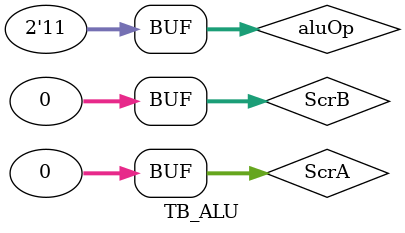
<source format=v>
`timescale 1ns / 1ps

module TB_ALU;
    // Señales de entrada
    reg [31:0] ScrA;
    reg [31:0] ScrB;
    reg [1:0] aluOp;

    // Señal de salida
    wire [31:0] ALUResult;

    // Instancia del módulo ALU
    ALU uut (
        .ScrA(ScrA),
        .ScrB(ScrB),
        .aluOp(aluOp),
        .ALUResult(ALUResult)
    );

    // Secuencia de pruebas
    initial begin
        // Prueba de suma (aluOp = 00)
        aluOp = 2'b00;
        ScrA = 32'h00000010;
        ScrB = 32'h00000020;
        #10;
        
        // Prueba de resta (aluOp = 01)
        aluOp = 2'b01;
        ScrA = 32'h00000030;
        ScrB = 32'h00000010;
        #10;

        // Prueba de desplazamiento a la izquierda (aluOp = 10)
        aluOp = 2'b10;
        ScrA = 32'h00000001;
        ScrB = 32'h00000004; // Desplazar ScrA por 4 bits
        #10;

        // Prueba de AND (aluOp = 11)
        aluOp = 2'b11;
        ScrA = 32'h000000FF;
        ScrB = 32'h0000FF10;
        #10;

        // Prueba de valor por defecto (aluOp = 11 pero con ScrA y ScrB en 0)
        aluOp = 2'b11;
        ScrA = 32'h00000000;
        ScrB = 32'h00000000;
        #10;


    end
endmodule

</source>
